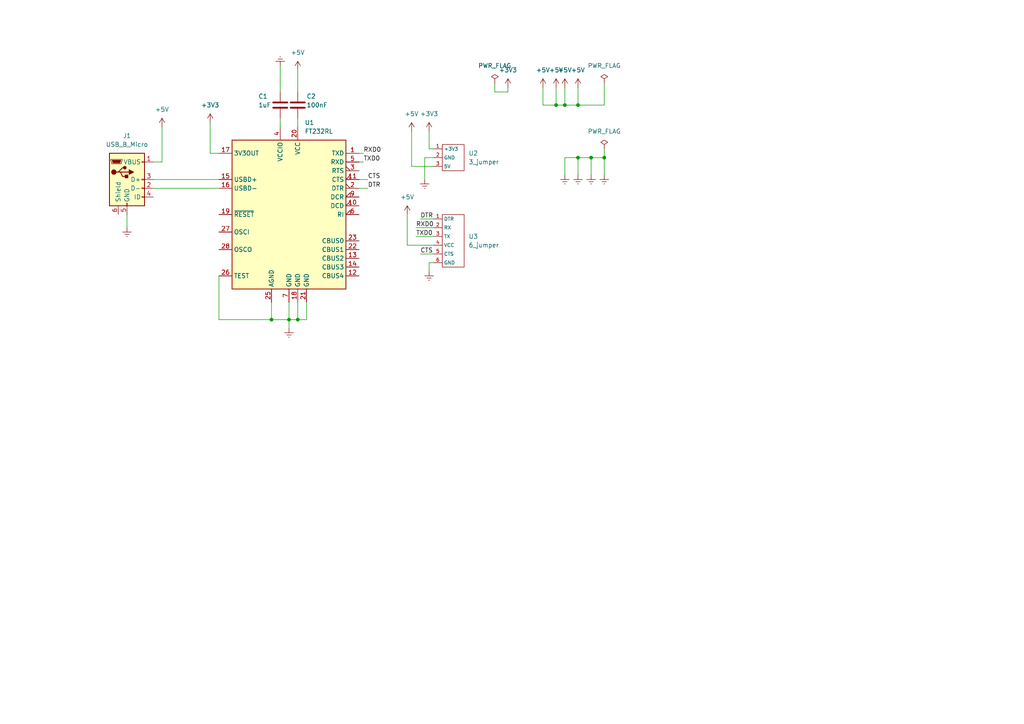
<source format=kicad_sch>
(kicad_sch (version 20211123) (generator eeschema)

  (uuid 7a94d0e7-22b1-40d1-adb8-9f255b039955)

  (paper "A4")

  (title_block
    (title "zhrzkn")
    (date "2022-05-11")
    (rev "v1.1")
    (company "uranus")
  )

  (lib_symbols
    (symbol "Connector:USB_B_Micro" (pin_names (offset 1.016)) (in_bom yes) (on_board yes)
      (property "Reference" "J" (id 0) (at -5.08 11.43 0)
        (effects (font (size 1.27 1.27)) (justify left))
      )
      (property "Value" "USB_B_Micro" (id 1) (at -5.08 8.89 0)
        (effects (font (size 1.27 1.27)) (justify left))
      )
      (property "Footprint" "" (id 2) (at 3.81 -1.27 0)
        (effects (font (size 1.27 1.27)) hide)
      )
      (property "Datasheet" "~" (id 3) (at 3.81 -1.27 0)
        (effects (font (size 1.27 1.27)) hide)
      )
      (property "ki_keywords" "connector USB micro" (id 4) (at 0 0 0)
        (effects (font (size 1.27 1.27)) hide)
      )
      (property "ki_description" "USB Micro Type B connector" (id 5) (at 0 0 0)
        (effects (font (size 1.27 1.27)) hide)
      )
      (property "ki_fp_filters" "USB*" (id 6) (at 0 0 0)
        (effects (font (size 1.27 1.27)) hide)
      )
      (symbol "USB_B_Micro_0_1"
        (rectangle (start -5.08 -7.62) (end 5.08 7.62)
          (stroke (width 0.254) (type default) (color 0 0 0 0))
          (fill (type background))
        )
        (circle (center -3.81 2.159) (radius 0.635)
          (stroke (width 0.254) (type default) (color 0 0 0 0))
          (fill (type outline))
        )
        (circle (center -0.635 3.429) (radius 0.381)
          (stroke (width 0.254) (type default) (color 0 0 0 0))
          (fill (type outline))
        )
        (rectangle (start -0.127 -7.62) (end 0.127 -6.858)
          (stroke (width 0) (type default) (color 0 0 0 0))
          (fill (type none))
        )
        (polyline
          (pts
            (xy -1.905 2.159)
            (xy 0.635 2.159)
          )
          (stroke (width 0.254) (type default) (color 0 0 0 0))
          (fill (type none))
        )
        (polyline
          (pts
            (xy -3.175 2.159)
            (xy -2.54 2.159)
            (xy -1.27 3.429)
            (xy -0.635 3.429)
          )
          (stroke (width 0.254) (type default) (color 0 0 0 0))
          (fill (type none))
        )
        (polyline
          (pts
            (xy -2.54 2.159)
            (xy -1.905 2.159)
            (xy -1.27 0.889)
            (xy 0 0.889)
          )
          (stroke (width 0.254) (type default) (color 0 0 0 0))
          (fill (type none))
        )
        (polyline
          (pts
            (xy 0.635 2.794)
            (xy 0.635 1.524)
            (xy 1.905 2.159)
            (xy 0.635 2.794)
          )
          (stroke (width 0.254) (type default) (color 0 0 0 0))
          (fill (type outline))
        )
        (polyline
          (pts
            (xy -4.318 5.588)
            (xy -1.778 5.588)
            (xy -2.032 4.826)
            (xy -4.064 4.826)
            (xy -4.318 5.588)
          )
          (stroke (width 0) (type default) (color 0 0 0 0))
          (fill (type outline))
        )
        (polyline
          (pts
            (xy -4.699 5.842)
            (xy -4.699 5.588)
            (xy -4.445 4.826)
            (xy -4.445 4.572)
            (xy -1.651 4.572)
            (xy -1.651 4.826)
            (xy -1.397 5.588)
            (xy -1.397 5.842)
            (xy -4.699 5.842)
          )
          (stroke (width 0) (type default) (color 0 0 0 0))
          (fill (type none))
        )
        (rectangle (start 0.254 1.27) (end -0.508 0.508)
          (stroke (width 0.254) (type default) (color 0 0 0 0))
          (fill (type outline))
        )
        (rectangle (start 5.08 -5.207) (end 4.318 -4.953)
          (stroke (width 0) (type default) (color 0 0 0 0))
          (fill (type none))
        )
        (rectangle (start 5.08 -2.667) (end 4.318 -2.413)
          (stroke (width 0) (type default) (color 0 0 0 0))
          (fill (type none))
        )
        (rectangle (start 5.08 -0.127) (end 4.318 0.127)
          (stroke (width 0) (type default) (color 0 0 0 0))
          (fill (type none))
        )
        (rectangle (start 5.08 4.953) (end 4.318 5.207)
          (stroke (width 0) (type default) (color 0 0 0 0))
          (fill (type none))
        )
      )
      (symbol "USB_B_Micro_1_1"
        (pin power_out line (at 7.62 5.08 180) (length 2.54)
          (name "VBUS" (effects (font (size 1.27 1.27))))
          (number "1" (effects (font (size 1.27 1.27))))
        )
        (pin bidirectional line (at 7.62 -2.54 180) (length 2.54)
          (name "D-" (effects (font (size 1.27 1.27))))
          (number "2" (effects (font (size 1.27 1.27))))
        )
        (pin bidirectional line (at 7.62 0 180) (length 2.54)
          (name "D+" (effects (font (size 1.27 1.27))))
          (number "3" (effects (font (size 1.27 1.27))))
        )
        (pin passive line (at 7.62 -5.08 180) (length 2.54)
          (name "ID" (effects (font (size 1.27 1.27))))
          (number "4" (effects (font (size 1.27 1.27))))
        )
        (pin power_out line (at 0 -10.16 90) (length 2.54)
          (name "GND" (effects (font (size 1.27 1.27))))
          (number "5" (effects (font (size 1.27 1.27))))
        )
        (pin passive line (at -2.54 -10.16 90) (length 2.54)
          (name "Shield" (effects (font (size 1.27 1.27))))
          (number "6" (effects (font (size 1.27 1.27))))
        )
      )
    )
    (symbol "Device:C" (pin_numbers hide) (pin_names (offset 0.254)) (in_bom yes) (on_board yes)
      (property "Reference" "C" (id 0) (at 0.635 2.54 0)
        (effects (font (size 1.27 1.27)) (justify left))
      )
      (property "Value" "C" (id 1) (at 0.635 -2.54 0)
        (effects (font (size 1.27 1.27)) (justify left))
      )
      (property "Footprint" "" (id 2) (at 0.9652 -3.81 0)
        (effects (font (size 1.27 1.27)) hide)
      )
      (property "Datasheet" "~" (id 3) (at 0 0 0)
        (effects (font (size 1.27 1.27)) hide)
      )
      (property "ki_keywords" "cap capacitor" (id 4) (at 0 0 0)
        (effects (font (size 1.27 1.27)) hide)
      )
      (property "ki_description" "Unpolarized capacitor" (id 5) (at 0 0 0)
        (effects (font (size 1.27 1.27)) hide)
      )
      (property "ki_fp_filters" "C_*" (id 6) (at 0 0 0)
        (effects (font (size 1.27 1.27)) hide)
      )
      (symbol "C_0_1"
        (polyline
          (pts
            (xy -2.032 -0.762)
            (xy 2.032 -0.762)
          )
          (stroke (width 0.508) (type default) (color 0 0 0 0))
          (fill (type none))
        )
        (polyline
          (pts
            (xy -2.032 0.762)
            (xy 2.032 0.762)
          )
          (stroke (width 0.508) (type default) (color 0 0 0 0))
          (fill (type none))
        )
      )
      (symbol "C_1_1"
        (pin passive line (at 0 3.81 270) (length 2.794)
          (name "~" (effects (font (size 1.27 1.27))))
          (number "1" (effects (font (size 1.27 1.27))))
        )
        (pin passive line (at 0 -3.81 90) (length 2.794)
          (name "~" (effects (font (size 1.27 1.27))))
          (number "2" (effects (font (size 1.27 1.27))))
        )
      )
    )
    (symbol "Interface_USB:FT232RL" (in_bom yes) (on_board yes)
      (property "Reference" "U" (id 0) (at -16.51 22.86 0)
        (effects (font (size 1.27 1.27)) (justify left))
      )
      (property "Value" "FT232RL" (id 1) (at 10.16 22.86 0)
        (effects (font (size 1.27 1.27)) (justify left))
      )
      (property "Footprint" "Package_SO:SSOP-28_5.3x10.2mm_P0.65mm" (id 2) (at 27.94 -22.86 0)
        (effects (font (size 1.27 1.27)) hide)
      )
      (property "Datasheet" "https://www.ftdichip.com/Support/Documents/DataSheets/ICs/DS_FT232R.pdf" (id 3) (at 0 0 0)
        (effects (font (size 1.27 1.27)) hide)
      )
      (property "ki_keywords" "FTDI USB Serial" (id 4) (at 0 0 0)
        (effects (font (size 1.27 1.27)) hide)
      )
      (property "ki_description" "USB to Serial Interface, SSOP-28" (id 5) (at 0 0 0)
        (effects (font (size 1.27 1.27)) hide)
      )
      (property "ki_fp_filters" "SSOP*5.3x10.2mm*P0.65mm*" (id 6) (at 0 0 0)
        (effects (font (size 1.27 1.27)) hide)
      )
      (symbol "FT232RL_0_1"
        (rectangle (start -16.51 21.59) (end 16.51 -21.59)
          (stroke (width 0.254) (type default) (color 0 0 0 0))
          (fill (type background))
        )
      )
      (symbol "FT232RL_1_1"
        (pin output line (at 20.32 17.78 180) (length 3.81)
          (name "TXD" (effects (font (size 1.27 1.27))))
          (number "1" (effects (font (size 1.27 1.27))))
        )
        (pin input input_low (at 20.32 2.54 180) (length 3.81)
          (name "DCD" (effects (font (size 1.27 1.27))))
          (number "10" (effects (font (size 1.27 1.27))))
        )
        (pin input input_low (at 20.32 10.16 180) (length 3.81)
          (name "CTS" (effects (font (size 1.27 1.27))))
          (number "11" (effects (font (size 1.27 1.27))))
        )
        (pin bidirectional line (at 20.32 -17.78 180) (length 3.81)
          (name "CBUS4" (effects (font (size 1.27 1.27))))
          (number "12" (effects (font (size 1.27 1.27))))
        )
        (pin bidirectional line (at 20.32 -12.7 180) (length 3.81)
          (name "CBUS2" (effects (font (size 1.27 1.27))))
          (number "13" (effects (font (size 1.27 1.27))))
        )
        (pin bidirectional line (at 20.32 -15.24 180) (length 3.81)
          (name "CBUS3" (effects (font (size 1.27 1.27))))
          (number "14" (effects (font (size 1.27 1.27))))
        )
        (pin bidirectional line (at -20.32 10.16 0) (length 3.81)
          (name "USBD+" (effects (font (size 1.27 1.27))))
          (number "15" (effects (font (size 1.27 1.27))))
        )
        (pin bidirectional line (at -20.32 7.62 0) (length 3.81)
          (name "USBD-" (effects (font (size 1.27 1.27))))
          (number "16" (effects (font (size 1.27 1.27))))
        )
        (pin power_out line (at -20.32 17.78 0) (length 3.81)
          (name "3V3OUT" (effects (font (size 1.27 1.27))))
          (number "17" (effects (font (size 1.27 1.27))))
        )
        (pin power_in line (at 2.54 -25.4 90) (length 3.81)
          (name "GND" (effects (font (size 1.27 1.27))))
          (number "18" (effects (font (size 1.27 1.27))))
        )
        (pin input line (at -20.32 0 0) (length 3.81)
          (name "~{RESET}" (effects (font (size 1.27 1.27))))
          (number "19" (effects (font (size 1.27 1.27))))
        )
        (pin output output_low (at 20.32 7.62 180) (length 3.81)
          (name "DTR" (effects (font (size 1.27 1.27))))
          (number "2" (effects (font (size 1.27 1.27))))
        )
        (pin power_in line (at 2.54 25.4 270) (length 3.81)
          (name "VCC" (effects (font (size 1.27 1.27))))
          (number "20" (effects (font (size 1.27 1.27))))
        )
        (pin power_in line (at 5.08 -25.4 90) (length 3.81)
          (name "GND" (effects (font (size 1.27 1.27))))
          (number "21" (effects (font (size 1.27 1.27))))
        )
        (pin bidirectional line (at 20.32 -10.16 180) (length 3.81)
          (name "CBUS1" (effects (font (size 1.27 1.27))))
          (number "22" (effects (font (size 1.27 1.27))))
        )
        (pin bidirectional line (at 20.32 -7.62 180) (length 3.81)
          (name "CBUS0" (effects (font (size 1.27 1.27))))
          (number "23" (effects (font (size 1.27 1.27))))
        )
        (pin power_in line (at -5.08 -25.4 90) (length 3.81)
          (name "AGND" (effects (font (size 1.27 1.27))))
          (number "25" (effects (font (size 1.27 1.27))))
        )
        (pin input line (at -20.32 -17.78 0) (length 3.81)
          (name "TEST" (effects (font (size 1.27 1.27))))
          (number "26" (effects (font (size 1.27 1.27))))
        )
        (pin input line (at -20.32 -5.08 0) (length 3.81)
          (name "OSCI" (effects (font (size 1.27 1.27))))
          (number "27" (effects (font (size 1.27 1.27))))
        )
        (pin output line (at -20.32 -10.16 0) (length 3.81)
          (name "OSCO" (effects (font (size 1.27 1.27))))
          (number "28" (effects (font (size 1.27 1.27))))
        )
        (pin output output_low (at 20.32 12.7 180) (length 3.81)
          (name "RTS" (effects (font (size 1.27 1.27))))
          (number "3" (effects (font (size 1.27 1.27))))
        )
        (pin power_in line (at -2.54 25.4 270) (length 3.81)
          (name "VCCIO" (effects (font (size 1.27 1.27))))
          (number "4" (effects (font (size 1.27 1.27))))
        )
        (pin input line (at 20.32 15.24 180) (length 3.81)
          (name "RXD" (effects (font (size 1.27 1.27))))
          (number "5" (effects (font (size 1.27 1.27))))
        )
        (pin input input_low (at 20.32 0 180) (length 3.81)
          (name "RI" (effects (font (size 1.27 1.27))))
          (number "6" (effects (font (size 1.27 1.27))))
        )
        (pin power_in line (at 0 -25.4 90) (length 3.81)
          (name "GND" (effects (font (size 1.27 1.27))))
          (number "7" (effects (font (size 1.27 1.27))))
        )
        (pin input input_low (at 20.32 5.08 180) (length 3.81)
          (name "DCR" (effects (font (size 1.27 1.27))))
          (number "9" (effects (font (size 1.27 1.27))))
        )
      )
    )
    (symbol "extra_library:3_jumper" (in_bom yes) (on_board yes)
      (property "Reference" "U" (id 0) (at -1.27 1.27 0)
        (effects (font (size 1.27 1.27)))
      )
      (property "Value" "3_jumper" (id 1) (at -3.81 3.81 0)
        (effects (font (size 1.27 1.27)))
      )
      (property "Footprint" "" (id 2) (at 0 0 0)
        (effects (font (size 1.27 1.27)) hide)
      )
      (property "Datasheet" "" (id 3) (at 0 0 0)
        (effects (font (size 1.27 1.27)) hide)
      )
      (symbol "3_jumper_0_1"
        (rectangle (start 0 0) (end 6.35 -7.62)
          (stroke (width 0) (type default) (color 0 0 0 0))
          (fill (type none))
        )
        (rectangle (start 2.54 -3.81) (end 2.54 -3.81)
          (stroke (width 0) (type default) (color 0 0 0 0))
          (fill (type none))
        )
      )
      (symbol "3_jumper_1_1"
        (pin input line (at -2.54 -1.27 0) (length 2.5)
          (name "+3V3" (effects (font (size 1 1))))
          (number "1" (effects (font (size 1 1))))
        )
        (pin input line (at -2.54 -3.81 0) (length 2.5)
          (name "GND" (effects (font (size 1 1))))
          (number "2" (effects (font (size 1 1))))
        )
        (pin input line (at -2.54 -6.35 0) (length 2.5)
          (name "5V" (effects (font (size 1 1))))
          (number "3" (effects (font (size 1 1))))
        )
      )
    )
    (symbol "extra_library:6_jumper" (in_bom yes) (on_board yes)
      (property "Reference" "U" (id 0) (at -1.27 1.27 0)
        (effects (font (size 1.27 1.27)))
      )
      (property "Value" "6_jumper" (id 1) (at -3.81 2.54 0)
        (effects (font (size 1.27 1.27)))
      )
      (property "Footprint" "" (id 2) (at 0 0 0)
        (effects (font (size 1.27 1.27)) hide)
      )
      (property "Datasheet" "" (id 3) (at 0 0 0)
        (effects (font (size 1.27 1.27)) hide)
      )
      (symbol "6_jumper_0_1"
        (rectangle (start 0 0) (end 6.35 -15.24)
          (stroke (width 0) (type default) (color 0 0 0 0))
          (fill (type none))
        )
        (rectangle (start 2.54 -3.81) (end 2.54 -3.81)
          (stroke (width 0) (type default) (color 0 0 0 0))
          (fill (type none))
        )
      )
      (symbol "6_jumper_1_1"
        (pin input line (at -2.54 -1.27 0) (length 2.5)
          (name "DTR" (effects (font (size 1 1))))
          (number "1" (effects (font (size 1 1))))
        )
        (pin input line (at -2.54 -3.81 0) (length 2.5)
          (name "RX" (effects (font (size 1 1))))
          (number "2" (effects (font (size 1 1))))
        )
        (pin input line (at -2.54 -6.35 0) (length 2.5)
          (name "TX" (effects (font (size 1 1))))
          (number "3" (effects (font (size 1 1))))
        )
        (pin input line (at -2.54 -8.89 0) (length 2.5)
          (name "VCC" (effects (font (size 1 1))))
          (number "4" (effects (font (size 1 1))))
        )
        (pin input line (at -2.54 -11.43 0) (length 2.5)
          (name "CTS" (effects (font (size 1 1))))
          (number "5" (effects (font (size 1 1))))
        )
        (pin input line (at -2.54 -13.97 0) (length 2.5)
          (name "GND" (effects (font (size 1 1))))
          (number "6" (effects (font (size 1 1))))
        )
      )
    )
    (symbol "power:+3.3V" (power) (pin_names (offset 0)) (in_bom yes) (on_board yes)
      (property "Reference" "#PWR" (id 0) (at 0 -3.81 0)
        (effects (font (size 1.27 1.27)) hide)
      )
      (property "Value" "+3.3V" (id 1) (at 0 3.556 0)
        (effects (font (size 1.27 1.27)))
      )
      (property "Footprint" "" (id 2) (at 0 0 0)
        (effects (font (size 1.27 1.27)) hide)
      )
      (property "Datasheet" "" (id 3) (at 0 0 0)
        (effects (font (size 1.27 1.27)) hide)
      )
      (property "ki_keywords" "power-flag" (id 4) (at 0 0 0)
        (effects (font (size 1.27 1.27)) hide)
      )
      (property "ki_description" "Power symbol creates a global label with name \"+3.3V\"" (id 5) (at 0 0 0)
        (effects (font (size 1.27 1.27)) hide)
      )
      (symbol "+3.3V_0_1"
        (polyline
          (pts
            (xy -0.762 1.27)
            (xy 0 2.54)
          )
          (stroke (width 0) (type default) (color 0 0 0 0))
          (fill (type none))
        )
        (polyline
          (pts
            (xy 0 0)
            (xy 0 2.54)
          )
          (stroke (width 0) (type default) (color 0 0 0 0))
          (fill (type none))
        )
        (polyline
          (pts
            (xy 0 2.54)
            (xy 0.762 1.27)
          )
          (stroke (width 0) (type default) (color 0 0 0 0))
          (fill (type none))
        )
      )
      (symbol "+3.3V_1_1"
        (pin power_in line (at 0 0 90) (length 0) hide
          (name "+3V3" (effects (font (size 1.27 1.27))))
          (number "1" (effects (font (size 1.27 1.27))))
        )
      )
    )
    (symbol "power:+5V" (power) (pin_names (offset 0)) (in_bom yes) (on_board yes)
      (property "Reference" "#PWR" (id 0) (at 0 -3.81 0)
        (effects (font (size 1.27 1.27)) hide)
      )
      (property "Value" "+5V" (id 1) (at 0 3.556 0)
        (effects (font (size 1.27 1.27)))
      )
      (property "Footprint" "" (id 2) (at 0 0 0)
        (effects (font (size 1.27 1.27)) hide)
      )
      (property "Datasheet" "" (id 3) (at 0 0 0)
        (effects (font (size 1.27 1.27)) hide)
      )
      (property "ki_keywords" "power-flag" (id 4) (at 0 0 0)
        (effects (font (size 1.27 1.27)) hide)
      )
      (property "ki_description" "Power symbol creates a global label with name \"+5V\"" (id 5) (at 0 0 0)
        (effects (font (size 1.27 1.27)) hide)
      )
      (symbol "+5V_0_1"
        (polyline
          (pts
            (xy -0.762 1.27)
            (xy 0 2.54)
          )
          (stroke (width 0) (type default) (color 0 0 0 0))
          (fill (type none))
        )
        (polyline
          (pts
            (xy 0 0)
            (xy 0 2.54)
          )
          (stroke (width 0) (type default) (color 0 0 0 0))
          (fill (type none))
        )
        (polyline
          (pts
            (xy 0 2.54)
            (xy 0.762 1.27)
          )
          (stroke (width 0) (type default) (color 0 0 0 0))
          (fill (type none))
        )
      )
      (symbol "+5V_1_1"
        (pin power_in line (at 0 0 90) (length 0) hide
          (name "+5V" (effects (font (size 1.27 1.27))))
          (number "1" (effects (font (size 1.27 1.27))))
        )
      )
    )
    (symbol "power:Earth" (power) (pin_names (offset 0)) (in_bom yes) (on_board yes)
      (property "Reference" "#PWR" (id 0) (at 0 -6.35 0)
        (effects (font (size 1.27 1.27)) hide)
      )
      (property "Value" "Earth" (id 1) (at 0 -3.81 0)
        (effects (font (size 1.27 1.27)) hide)
      )
      (property "Footprint" "" (id 2) (at 0 0 0)
        (effects (font (size 1.27 1.27)) hide)
      )
      (property "Datasheet" "~" (id 3) (at 0 0 0)
        (effects (font (size 1.27 1.27)) hide)
      )
      (property "ki_keywords" "power-flag ground gnd" (id 4) (at 0 0 0)
        (effects (font (size 1.27 1.27)) hide)
      )
      (property "ki_description" "Power symbol creates a global label with name \"Earth\"" (id 5) (at 0 0 0)
        (effects (font (size 1.27 1.27)) hide)
      )
      (symbol "Earth_0_1"
        (polyline
          (pts
            (xy -0.635 -1.905)
            (xy 0.635 -1.905)
          )
          (stroke (width 0) (type default) (color 0 0 0 0))
          (fill (type none))
        )
        (polyline
          (pts
            (xy -0.127 -2.54)
            (xy 0.127 -2.54)
          )
          (stroke (width 0) (type default) (color 0 0 0 0))
          (fill (type none))
        )
        (polyline
          (pts
            (xy 0 -1.27)
            (xy 0 0)
          )
          (stroke (width 0) (type default) (color 0 0 0 0))
          (fill (type none))
        )
        (polyline
          (pts
            (xy 1.27 -1.27)
            (xy -1.27 -1.27)
          )
          (stroke (width 0) (type default) (color 0 0 0 0))
          (fill (type none))
        )
      )
      (symbol "Earth_1_1"
        (pin power_in line (at 0 0 270) (length 0) hide
          (name "Earth" (effects (font (size 1.27 1.27))))
          (number "1" (effects (font (size 1.27 1.27))))
        )
      )
    )
    (symbol "power:PWR_FLAG" (power) (pin_numbers hide) (pin_names (offset 0) hide) (in_bom yes) (on_board yes)
      (property "Reference" "#FLG" (id 0) (at 0 1.905 0)
        (effects (font (size 1.27 1.27)) hide)
      )
      (property "Value" "PWR_FLAG" (id 1) (at 0 3.81 0)
        (effects (font (size 1.27 1.27)))
      )
      (property "Footprint" "" (id 2) (at 0 0 0)
        (effects (font (size 1.27 1.27)) hide)
      )
      (property "Datasheet" "~" (id 3) (at 0 0 0)
        (effects (font (size 1.27 1.27)) hide)
      )
      (property "ki_keywords" "power-flag" (id 4) (at 0 0 0)
        (effects (font (size 1.27 1.27)) hide)
      )
      (property "ki_description" "Special symbol for telling ERC where power comes from" (id 5) (at 0 0 0)
        (effects (font (size 1.27 1.27)) hide)
      )
      (symbol "PWR_FLAG_0_0"
        (pin power_out line (at 0 0 90) (length 0)
          (name "pwr" (effects (font (size 1.27 1.27))))
          (number "1" (effects (font (size 1.27 1.27))))
        )
      )
      (symbol "PWR_FLAG_0_1"
        (polyline
          (pts
            (xy 0 0)
            (xy 0 1.27)
            (xy -1.016 1.905)
            (xy 0 2.54)
            (xy 1.016 1.905)
            (xy 0 1.27)
          )
          (stroke (width 0) (type default) (color 0 0 0 0))
          (fill (type none))
        )
      )
    )
  )


  (junction (at 167.64 45.72) (diameter 0) (color 0 0 0 0)
    (uuid 1a4aa83a-528d-4c7b-9196-f123b11971a2)
  )
  (junction (at 161.29 30.48) (diameter 0) (color 0 0 0 0)
    (uuid 28d655a3-ccce-4743-8cec-f6716cef5120)
  )
  (junction (at 163.83 30.48) (diameter 0) (color 0 0 0 0)
    (uuid 2f531e23-bb62-4699-aef8-ff995e127764)
  )
  (junction (at 175.26 45.72) (diameter 0) (color 0 0 0 0)
    (uuid 584660a8-c9ba-4cb4-9b11-25fae90e5190)
  )
  (junction (at 171.45 45.72) (diameter 0) (color 0 0 0 0)
    (uuid 87592163-39af-4d1e-ac3d-70c82e483063)
  )
  (junction (at 167.64 30.48) (diameter 0) (color 0 0 0 0)
    (uuid 9364861c-ae6a-4f49-a6ca-d7921f8b2cc3)
  )
  (junction (at 78.74 92.71) (diameter 0) (color 0 0 0 0)
    (uuid ddfc97df-0365-4273-8380-aca88b0e7de8)
  )
  (junction (at 83.82 92.71) (diameter 0) (color 0 0 0 0)
    (uuid e05042f2-c32a-49fc-9b88-751a4a355a8a)
  )
  (junction (at 86.36 92.71) (diameter 0) (color 0 0 0 0)
    (uuid f13b9329-94e6-4876-8b25-672c9bb6e697)
  )

  (wire (pts (xy 171.45 45.72) (xy 171.45 50.8))
    (stroke (width 0) (type default) (color 0 0 0 0))
    (uuid 06c09e16-9337-4edc-9b27-b950fec12d63)
  )
  (wire (pts (xy 44.45 54.61) (xy 63.5 54.61))
    (stroke (width 0) (type default) (color 0 0 0 0))
    (uuid 105f1593-9fb0-4de3-b33e-3d1af66221c9)
  )
  (wire (pts (xy 171.45 45.72) (xy 175.26 45.72))
    (stroke (width 0) (type default) (color 0 0 0 0))
    (uuid 14718a1a-0019-4dbf-9576-180f012d5c3a)
  )
  (wire (pts (xy 118.11 62.23) (xy 118.11 71.12))
    (stroke (width 0) (type default) (color 0 0 0 0))
    (uuid 1487c692-c1d3-4ef2-a081-a1f20951ab26)
  )
  (wire (pts (xy 44.45 46.99) (xy 46.99 46.99))
    (stroke (width 0) (type default) (color 0 0 0 0))
    (uuid 1576d353-8baa-4bd6-a048-12895fc567bf)
  )
  (wire (pts (xy 44.45 52.07) (xy 63.5 52.07))
    (stroke (width 0) (type default) (color 0 0 0 0))
    (uuid 16f326ec-659c-43c2-aec3-4f23cc0f8d7b)
  )
  (wire (pts (xy 78.74 92.71) (xy 83.82 92.71))
    (stroke (width 0) (type default) (color 0 0 0 0))
    (uuid 17a81c07-c14a-4799-b581-c4e766444dd0)
  )
  (wire (pts (xy 175.26 24.13) (xy 175.26 30.48))
    (stroke (width 0) (type default) (color 0 0 0 0))
    (uuid 17dae542-a445-4bbc-a10f-979a96438afb)
  )
  (wire (pts (xy 125.73 43.18) (xy 124.46 43.18))
    (stroke (width 0) (type default) (color 0 0 0 0))
    (uuid 1f9b013e-3491-4a49-a8c2-b3844a8097aa)
  )
  (wire (pts (xy 105.41 44.45) (xy 104.14 44.45))
    (stroke (width 0) (type default) (color 0 0 0 0))
    (uuid 21b4fc4d-6cab-48fd-aebf-ce07959466e2)
  )
  (wire (pts (xy 118.11 71.12) (xy 125.73 71.12))
    (stroke (width 0) (type default) (color 0 0 0 0))
    (uuid 220a8757-b382-4a98-9938-9f2d315bc6a2)
  )
  (wire (pts (xy 36.83 62.23) (xy 36.83 66.04))
    (stroke (width 0) (type default) (color 0 0 0 0))
    (uuid 24af6539-413d-44ad-a3d1-bfb81c1a5f0a)
  )
  (wire (pts (xy 120.65 68.58) (xy 125.73 68.58))
    (stroke (width 0) (type default) (color 0 0 0 0))
    (uuid 2646eb92-91c8-4949-a228-e818e1ebe7c5)
  )
  (wire (pts (xy 123.19 45.72) (xy 123.19 52.07))
    (stroke (width 0) (type default) (color 0 0 0 0))
    (uuid 2b4c8110-b4a4-4b56-9a91-7411f69a6c03)
  )
  (wire (pts (xy 78.74 87.63) (xy 78.74 92.71))
    (stroke (width 0) (type default) (color 0 0 0 0))
    (uuid 34b8ca38-977a-4ae1-95a1-928504e36325)
  )
  (wire (pts (xy 86.36 87.63) (xy 86.36 92.71))
    (stroke (width 0) (type default) (color 0 0 0 0))
    (uuid 39881283-7911-47c9-a42a-e2ac7b67ae09)
  )
  (wire (pts (xy 63.5 80.01) (xy 63.5 92.71))
    (stroke (width 0) (type default) (color 0 0 0 0))
    (uuid 3cf88f7b-9db3-4947-aab6-836820407c48)
  )
  (wire (pts (xy 121.92 63.5) (xy 125.73 63.5))
    (stroke (width 0) (type default) (color 0 0 0 0))
    (uuid 43bb91f5-47fd-42f5-99a5-84629a943067)
  )
  (wire (pts (xy 106.68 54.61) (xy 104.14 54.61))
    (stroke (width 0) (type default) (color 0 0 0 0))
    (uuid 49149b79-c3c1-4721-9d60-c27cb4802ffe)
  )
  (wire (pts (xy 63.5 92.71) (xy 78.74 92.71))
    (stroke (width 0) (type default) (color 0 0 0 0))
    (uuid 4bb0dbc6-3044-420f-8e22-42228de2664c)
  )
  (wire (pts (xy 106.68 52.07) (xy 104.14 52.07))
    (stroke (width 0) (type default) (color 0 0 0 0))
    (uuid 55e59bfd-ee1c-4407-9d5d-53439e7564a3)
  )
  (wire (pts (xy 161.29 30.48) (xy 163.83 30.48))
    (stroke (width 0) (type default) (color 0 0 0 0))
    (uuid 5b392c8d-4739-41f7-bc99-c6119f5d92f5)
  )
  (wire (pts (xy 86.36 20.32) (xy 86.36 26.67))
    (stroke (width 0) (type default) (color 0 0 0 0))
    (uuid 5c3f0e52-279e-489a-a480-ab192a1f4fcc)
  )
  (wire (pts (xy 125.73 45.72) (xy 123.19 45.72))
    (stroke (width 0) (type default) (color 0 0 0 0))
    (uuid 60193495-998c-4a79-8593-4dfcf724d2c2)
  )
  (wire (pts (xy 163.83 25.4) (xy 163.83 30.48))
    (stroke (width 0) (type default) (color 0 0 0 0))
    (uuid 63eec7b5-7bd4-48db-a73b-c75c502b9695)
  )
  (wire (pts (xy 125.73 76.2) (xy 124.46 76.2))
    (stroke (width 0) (type default) (color 0 0 0 0))
    (uuid 67b01cd0-cf03-48b0-8683-85d28cb70704)
  )
  (wire (pts (xy 124.46 76.2) (xy 124.46 78.74))
    (stroke (width 0) (type default) (color 0 0 0 0))
    (uuid 69452283-ad6d-4141-a645-d613555550d7)
  )
  (wire (pts (xy 60.96 44.45) (xy 63.5 44.45))
    (stroke (width 0) (type default) (color 0 0 0 0))
    (uuid 6aabdc72-ce95-465e-824c-9256688e9c3d)
  )
  (wire (pts (xy 147.32 26.67) (xy 147.32 25.4))
    (stroke (width 0) (type default) (color 0 0 0 0))
    (uuid 6c84f5f6-83e0-4dbc-86b5-9662310ce425)
  )
  (wire (pts (xy 83.82 95.25) (xy 83.82 92.71))
    (stroke (width 0) (type default) (color 0 0 0 0))
    (uuid 70688363-2b97-4592-9c46-471eb8612e7c)
  )
  (wire (pts (xy 60.96 35.56) (xy 60.96 44.45))
    (stroke (width 0) (type default) (color 0 0 0 0))
    (uuid 70888e13-cba5-4338-8d4c-77b3b41fc44d)
  )
  (wire (pts (xy 167.64 45.72) (xy 171.45 45.72))
    (stroke (width 0) (type default) (color 0 0 0 0))
    (uuid 72f772a8-36f0-4aec-b0fc-af00eb417be0)
  )
  (wire (pts (xy 119.38 38.1) (xy 119.38 48.26))
    (stroke (width 0) (type default) (color 0 0 0 0))
    (uuid 7677b0be-aa4e-46a9-9686-65a0a918b725)
  )
  (wire (pts (xy 86.36 92.71) (xy 83.82 92.71))
    (stroke (width 0) (type default) (color 0 0 0 0))
    (uuid 7b06ecd0-0fd0-4eaf-b095-6cbf07b601f3)
  )
  (wire (pts (xy 81.28 34.29) (xy 81.28 36.83))
    (stroke (width 0) (type default) (color 0 0 0 0))
    (uuid 7f6dc533-5d55-4ccb-976c-8d4fb1e8d7cc)
  )
  (wire (pts (xy 175.26 43.18) (xy 175.26 45.72))
    (stroke (width 0) (type default) (color 0 0 0 0))
    (uuid 838d3b0a-c6af-49fb-bd83-34d3eaf4ed92)
  )
  (wire (pts (xy 86.36 36.83) (xy 86.36 34.29))
    (stroke (width 0) (type default) (color 0 0 0 0))
    (uuid 879c3204-6bdc-437c-9442-5af18eec056f)
  )
  (wire (pts (xy 46.99 36.83) (xy 46.99 46.99))
    (stroke (width 0) (type default) (color 0 0 0 0))
    (uuid 8880f37d-26a1-46fd-b136-ece85d81c816)
  )
  (wire (pts (xy 163.83 45.72) (xy 167.64 45.72))
    (stroke (width 0) (type default) (color 0 0 0 0))
    (uuid 8b6efa39-c257-4c03-84a7-b372488eaecc)
  )
  (wire (pts (xy 157.48 25.4) (xy 157.48 30.48))
    (stroke (width 0) (type default) (color 0 0 0 0))
    (uuid 919626b1-1a85-42c5-95df-e95d0d1c7d11)
  )
  (wire (pts (xy 175.26 45.72) (xy 175.26 50.8))
    (stroke (width 0) (type default) (color 0 0 0 0))
    (uuid 955ba5b9-3f88-44a2-9840-2e5becc4365b)
  )
  (wire (pts (xy 167.64 45.72) (xy 167.64 50.8))
    (stroke (width 0) (type default) (color 0 0 0 0))
    (uuid 9ba89d78-9052-47f2-97d1-5cc8720a1549)
  )
  (wire (pts (xy 81.28 19.05) (xy 81.28 26.67))
    (stroke (width 0) (type default) (color 0 0 0 0))
    (uuid a69d77f4-c0b3-444a-8d01-f03a60ee67c6)
  )
  (wire (pts (xy 161.29 25.4) (xy 161.29 30.48))
    (stroke (width 0) (type default) (color 0 0 0 0))
    (uuid a8790512-bcf2-4806-91a2-5ed2994ca746)
  )
  (wire (pts (xy 163.83 50.8) (xy 163.83 45.72))
    (stroke (width 0) (type default) (color 0 0 0 0))
    (uuid a903e5a7-3970-436f-8603-0616d53a0b87)
  )
  (wire (pts (xy 121.92 73.66) (xy 125.73 73.66))
    (stroke (width 0) (type default) (color 0 0 0 0))
    (uuid b52d9398-c373-476f-a3dd-b4ff9ff68f05)
  )
  (wire (pts (xy 88.9 92.71) (xy 86.36 92.71))
    (stroke (width 0) (type default) (color 0 0 0 0))
    (uuid ba9c3aa8-9152-410d-9920-e0bfbc42b0e1)
  )
  (wire (pts (xy 119.38 48.26) (xy 125.73 48.26))
    (stroke (width 0) (type default) (color 0 0 0 0))
    (uuid bc49bcf5-c23c-46ab-916d-2b277e701790)
  )
  (wire (pts (xy 88.9 87.63) (xy 88.9 92.71))
    (stroke (width 0) (type default) (color 0 0 0 0))
    (uuid c00ebba1-1358-4243-afee-8008fdca8007)
  )
  (wire (pts (xy 163.83 30.48) (xy 167.64 30.48))
    (stroke (width 0) (type default) (color 0 0 0 0))
    (uuid c997d87e-a320-4555-9a5f-e1c3e2525187)
  )
  (wire (pts (xy 167.64 30.48) (xy 175.26 30.48))
    (stroke (width 0) (type default) (color 0 0 0 0))
    (uuid d33ea49e-1bb8-4c45-bbf1-7cb218be1754)
  )
  (wire (pts (xy 167.64 25.4) (xy 167.64 30.48))
    (stroke (width 0) (type default) (color 0 0 0 0))
    (uuid dd10a28a-b632-4028-a599-3ffc088190e0)
  )
  (wire (pts (xy 124.46 38.1) (xy 124.46 43.18))
    (stroke (width 0) (type default) (color 0 0 0 0))
    (uuid deff6f20-91e3-4113-a295-4cfff7aee9ea)
  )
  (wire (pts (xy 83.82 87.63) (xy 83.82 92.71))
    (stroke (width 0) (type default) (color 0 0 0 0))
    (uuid e37b2450-398e-4059-845e-9f86a255f605)
  )
  (wire (pts (xy 143.51 24.13) (xy 143.51 26.67))
    (stroke (width 0) (type default) (color 0 0 0 0))
    (uuid e931d7cd-0bf4-4e9d-abe0-6201975e95d4)
  )
  (wire (pts (xy 120.65 66.04) (xy 125.73 66.04))
    (stroke (width 0) (type default) (color 0 0 0 0))
    (uuid eb099901-08c4-42f3-9af0-de38e361466b)
  )
  (wire (pts (xy 105.41 46.99) (xy 104.14 46.99))
    (stroke (width 0) (type default) (color 0 0 0 0))
    (uuid eda93e43-e9fd-454d-ba6e-02d6c0fe0058)
  )
  (wire (pts (xy 157.48 30.48) (xy 161.29 30.48))
    (stroke (width 0) (type default) (color 0 0 0 0))
    (uuid ee42250b-0481-4295-a53b-dd94fcf64141)
  )
  (wire (pts (xy 143.51 26.67) (xy 147.32 26.67))
    (stroke (width 0) (type default) (color 0 0 0 0))
    (uuid f7832780-7540-496d-b45c-c377864d73c5)
  )

  (label "TXD0" (at 120.65 68.58 0)
    (effects (font (size 1.27 1.27)) (justify left bottom))
    (uuid 3181e5fb-e784-4463-b96d-7c82d8cf84f8)
  )
  (label "TXD0" (at 105.41 46.99 0)
    (effects (font (size 1.27 1.27)) (justify left bottom))
    (uuid 3192d3a4-81ae-4873-9e57-affe624a9785)
  )
  (label "RXD0" (at 120.65 66.04 0)
    (effects (font (size 1.27 1.27)) (justify left bottom))
    (uuid 3b56eb15-d368-46ea-8b85-7080a45139be)
  )
  (label "DTR" (at 106.68 54.61 0)
    (effects (font (size 1.27 1.27)) (justify left bottom))
    (uuid 45c4a181-defb-4d2a-aa10-38fc1ad08e9f)
  )
  (label "DTR" (at 121.92 63.5 0)
    (effects (font (size 1.27 1.27)) (justify left bottom))
    (uuid 71b3caba-e93b-4f3c-bf4e-ee27473d0574)
  )
  (label "RXD0" (at 105.41 44.45 0)
    (effects (font (size 1.27 1.27)) (justify left bottom))
    (uuid 7586a6ac-6a57-44c7-a9d6-63d405948403)
  )
  (label "CTS" (at 121.92 73.66 0)
    (effects (font (size 1.27 1.27)) (justify left bottom))
    (uuid a3191175-3c29-4cdd-a371-98359ca493a8)
  )
  (label "CTS" (at 106.68 52.07 0)
    (effects (font (size 1.27 1.27)) (justify left bottom))
    (uuid a98788f0-7cd9-4d7a-b6db-490badc68d21)
  )

  (symbol (lib_id "power:Earth") (at 83.82 95.25 0) (unit 1)
    (in_bom yes) (on_board yes) (fields_autoplaced)
    (uuid 051541b8-0fca-4aa2-84c7-52da48d15a2f)
    (property "Reference" "#PWR05" (id 0) (at 83.82 101.6 0)
      (effects (font (size 1.27 1.27)) hide)
    )
    (property "Value" "Earth" (id 1) (at 83.82 99.06 0)
      (effects (font (size 1.27 1.27)) hide)
    )
    (property "Footprint" "" (id 2) (at 83.82 95.25 0)
      (effects (font (size 1.27 1.27)) hide)
    )
    (property "Datasheet" "~" (id 3) (at 83.82 95.25 0)
      (effects (font (size 1.27 1.27)) hide)
    )
    (pin "1" (uuid c5a77921-e06c-43db-b797-97229900e119))
  )

  (symbol (lib_id "power:+5V") (at 46.99 36.83 0) (unit 1)
    (in_bom yes) (on_board yes) (fields_autoplaced)
    (uuid 06b03211-0b9a-47da-a75d-7687978bd1aa)
    (property "Reference" "#PWR02" (id 0) (at 46.99 40.64 0)
      (effects (font (size 1.27 1.27)) hide)
    )
    (property "Value" "+5V" (id 1) (at 46.99 31.75 0))
    (property "Footprint" "" (id 2) (at 46.99 36.83 0)
      (effects (font (size 1.27 1.27)) hide)
    )
    (property "Datasheet" "" (id 3) (at 46.99 36.83 0)
      (effects (font (size 1.27 1.27)) hide)
    )
    (pin "1" (uuid 698600d7-a79b-4e7a-965d-d45507e2d722))
  )

  (symbol (lib_id "power:+3.3V") (at 147.32 25.4 0) (unit 1)
    (in_bom yes) (on_board yes)
    (uuid 0beeb5ed-3806-4bac-b256-04b2dc8e1321)
    (property "Reference" "#PWR0103" (id 0) (at 147.32 29.21 0)
      (effects (font (size 1.27 1.27)) hide)
    )
    (property "Value" "+3.3V" (id 1) (at 147.32 20.32 0))
    (property "Footprint" "" (id 2) (at 147.32 25.4 0)
      (effects (font (size 1.27 1.27)) hide)
    )
    (property "Datasheet" "" (id 3) (at 147.32 25.4 0)
      (effects (font (size 1.27 1.27)) hide)
    )
    (pin "1" (uuid 0c646e70-a128-48b0-a4b5-72459144e0c4))
  )

  (symbol (lib_id "power:+5V") (at 118.11 62.23 0) (unit 1)
    (in_bom yes) (on_board yes) (fields_autoplaced)
    (uuid 12e30255-30b1-4370-8426-e2fe254f9308)
    (property "Reference" "#PWR07" (id 0) (at 118.11 66.04 0)
      (effects (font (size 1.27 1.27)) hide)
    )
    (property "Value" "+5V" (id 1) (at 118.11 57.15 0))
    (property "Footprint" "" (id 2) (at 118.11 62.23 0)
      (effects (font (size 1.27 1.27)) hide)
    )
    (property "Datasheet" "" (id 3) (at 118.11 62.23 0)
      (effects (font (size 1.27 1.27)) hide)
    )
    (pin "1" (uuid 39a1b5bd-4772-4dbd-9f22-3b06998bcb1d))
  )

  (symbol (lib_id "power:+3.3V") (at 124.46 38.1 0) (unit 1)
    (in_bom yes) (on_board yes)
    (uuid 145bda85-e7f7-45fc-bff3-ee8d369f3d5d)
    (property "Reference" "#PWR010" (id 0) (at 124.46 41.91 0)
      (effects (font (size 1.27 1.27)) hide)
    )
    (property "Value" "+3.3V" (id 1) (at 124.46 33.02 0))
    (property "Footprint" "" (id 2) (at 124.46 38.1 0)
      (effects (font (size 1.27 1.27)) hide)
    )
    (property "Datasheet" "" (id 3) (at 124.46 38.1 0)
      (effects (font (size 1.27 1.27)) hide)
    )
    (pin "1" (uuid e4fc3a3c-bbd4-4c45-b2fc-74254339ff8b))
  )

  (symbol (lib_id "power:Earth") (at 123.19 52.07 0) (unit 1)
    (in_bom yes) (on_board yes) (fields_autoplaced)
    (uuid 346213a0-dfc2-4226-a822-82e12c93e924)
    (property "Reference" "#PWR09" (id 0) (at 123.19 58.42 0)
      (effects (font (size 1.27 1.27)) hide)
    )
    (property "Value" "Earth" (id 1) (at 123.19 55.88 0)
      (effects (font (size 1.27 1.27)) hide)
    )
    (property "Footprint" "" (id 2) (at 123.19 52.07 0)
      (effects (font (size 1.27 1.27)) hide)
    )
    (property "Datasheet" "~" (id 3) (at 123.19 52.07 0)
      (effects (font (size 1.27 1.27)) hide)
    )
    (pin "1" (uuid daac73de-921d-4fb8-abdc-9530798e274c))
  )

  (symbol (lib_id "power:+5V") (at 161.29 25.4 0) (unit 1)
    (in_bom yes) (on_board yes) (fields_autoplaced)
    (uuid 37b3f8e0-47f3-4832-aa7c-5bcdbdcd7af0)
    (property "Reference" "#PWR0106" (id 0) (at 161.29 29.21 0)
      (effects (font (size 1.27 1.27)) hide)
    )
    (property "Value" "+5V" (id 1) (at 161.29 20.32 0))
    (property "Footprint" "" (id 2) (at 161.29 25.4 0)
      (effects (font (size 1.27 1.27)) hide)
    )
    (property "Datasheet" "" (id 3) (at 161.29 25.4 0)
      (effects (font (size 1.27 1.27)) hide)
    )
    (pin "1" (uuid 9e47eea2-f81f-4d3d-b0b5-687c600c3dd3))
  )

  (symbol (lib_id "Connector:USB_B_Micro") (at 36.83 52.07 0) (unit 1)
    (in_bom yes) (on_board yes) (fields_autoplaced)
    (uuid 3bd2e9ae-184b-4740-a433-d2ff326a564a)
    (property "Reference" "J1" (id 0) (at 36.83 39.37 0))
    (property "Value" "USB_B_Micro" (id 1) (at 36.83 41.91 0))
    (property "Footprint" "Connector_USB:USB_Micro-B_Molex-105133-0001" (id 2) (at 40.64 53.34 0)
      (effects (font (size 1.27 1.27)) hide)
    )
    (property "Datasheet" "~" (id 3) (at 40.64 53.34 0)
      (effects (font (size 1.27 1.27)) hide)
    )
    (pin "1" (uuid 9c93fa47-3d42-492b-90b7-a9d5e6e5b711))
    (pin "2" (uuid 317fc359-fad5-49dd-a0ac-6d448e7b2ca2))
    (pin "3" (uuid 332fedb7-382d-4a72-8c32-e769710d496d))
    (pin "4" (uuid 80e4b754-4ecc-4d49-b7fd-66d8924410f6))
    (pin "5" (uuid 3f0f482e-98da-4d09-afe8-90dca32e28a7))
    (pin "6" (uuid aa02b199-0354-4d88-96b0-d803e7e41659))
  )

  (symbol (lib_id "power:Earth") (at 124.46 78.74 0) (unit 1)
    (in_bom yes) (on_board yes) (fields_autoplaced)
    (uuid 3dbc4a9b-bd77-4928-8a47-98a082499481)
    (property "Reference" "#PWR011" (id 0) (at 124.46 85.09 0)
      (effects (font (size 1.27 1.27)) hide)
    )
    (property "Value" "Earth" (id 1) (at 124.46 82.55 0)
      (effects (font (size 1.27 1.27)) hide)
    )
    (property "Footprint" "" (id 2) (at 124.46 78.74 0)
      (effects (font (size 1.27 1.27)) hide)
    )
    (property "Datasheet" "~" (id 3) (at 124.46 78.74 0)
      (effects (font (size 1.27 1.27)) hide)
    )
    (pin "1" (uuid b4a9b558-a251-438a-92c2-e18e26435ed8))
  )

  (symbol (lib_id "power:Earth") (at 167.64 50.8 0) (unit 1)
    (in_bom yes) (on_board yes) (fields_autoplaced)
    (uuid 4148d955-3984-4654-af75-2ea01a45fd3c)
    (property "Reference" "#PWR0108" (id 0) (at 167.64 57.15 0)
      (effects (font (size 1.27 1.27)) hide)
    )
    (property "Value" "Earth" (id 1) (at 167.64 54.61 0)
      (effects (font (size 1.27 1.27)) hide)
    )
    (property "Footprint" "" (id 2) (at 167.64 50.8 0)
      (effects (font (size 1.27 1.27)) hide)
    )
    (property "Datasheet" "~" (id 3) (at 167.64 50.8 0)
      (effects (font (size 1.27 1.27)) hide)
    )
    (pin "1" (uuid 5e939b11-1693-4375-a5bb-fcf73818b44f))
  )

  (symbol (lib_id "extra_library:3_jumper") (at 128.27 41.91 0) (unit 1)
    (in_bom yes) (on_board yes) (fields_autoplaced)
    (uuid 48a2cba1-45b5-4206-b8c0-a727bdf42666)
    (property "Reference" "U2" (id 0) (at 135.89 44.4499 0)
      (effects (font (size 1.27 1.27)) (justify left))
    )
    (property "Value" "3_jumper" (id 1) (at 135.89 46.9899 0)
      (effects (font (size 1.27 1.27)) (justify left))
    )
    (property "Footprint" "TerminalBlock:TerminalBlock_bornier-3_P5.08mm" (id 2) (at 128.27 41.91 0)
      (effects (font (size 1.27 1.27)) hide)
    )
    (property "Datasheet" "" (id 3) (at 128.27 41.91 0)
      (effects (font (size 1.27 1.27)) hide)
    )
    (pin "1" (uuid 36a0da7b-3a88-4e47-a10b-9010f22d395f))
    (pin "2" (uuid c46d02b9-fd90-4318-94bb-e7dd2109fc48))
    (pin "3" (uuid 355d7aad-4277-4785-befb-6d124deb3108))
  )

  (symbol (lib_id "power:Earth") (at 163.83 50.8 0) (unit 1)
    (in_bom yes) (on_board yes) (fields_autoplaced)
    (uuid 50a54fb2-9653-415f-95ce-10fc5546e204)
    (property "Reference" "#PWR0109" (id 0) (at 163.83 57.15 0)
      (effects (font (size 1.27 1.27)) hide)
    )
    (property "Value" "Earth" (id 1) (at 163.83 54.61 0)
      (effects (font (size 1.27 1.27)) hide)
    )
    (property "Footprint" "" (id 2) (at 163.83 50.8 0)
      (effects (font (size 1.27 1.27)) hide)
    )
    (property "Datasheet" "~" (id 3) (at 163.83 50.8 0)
      (effects (font (size 1.27 1.27)) hide)
    )
    (pin "1" (uuid e4bf2c87-c8bf-4ca2-a9e5-5c56801ae600))
  )

  (symbol (lib_id "power:+5V") (at 163.83 25.4 0) (unit 1)
    (in_bom yes) (on_board yes) (fields_autoplaced)
    (uuid 657052f5-07fc-4cdc-b57c-42a323350bed)
    (property "Reference" "#PWR0105" (id 0) (at 163.83 29.21 0)
      (effects (font (size 1.27 1.27)) hide)
    )
    (property "Value" "+5V" (id 1) (at 163.83 20.32 0))
    (property "Footprint" "" (id 2) (at 163.83 25.4 0)
      (effects (font (size 1.27 1.27)) hide)
    )
    (property "Datasheet" "" (id 3) (at 163.83 25.4 0)
      (effects (font (size 1.27 1.27)) hide)
    )
    (pin "1" (uuid 2b88f31e-d238-4fac-adad-34c7191b91ca))
  )

  (symbol (lib_id "power:Earth") (at 175.26 50.8 0) (unit 1)
    (in_bom yes) (on_board yes) (fields_autoplaced)
    (uuid 676f2f0c-2c67-4fc7-a8e6-b303fa9b8fc1)
    (property "Reference" "#PWR0101" (id 0) (at 175.26 57.15 0)
      (effects (font (size 1.27 1.27)) hide)
    )
    (property "Value" "Earth" (id 1) (at 175.26 54.61 0)
      (effects (font (size 1.27 1.27)) hide)
    )
    (property "Footprint" "" (id 2) (at 175.26 50.8 0)
      (effects (font (size 1.27 1.27)) hide)
    )
    (property "Datasheet" "~" (id 3) (at 175.26 50.8 0)
      (effects (font (size 1.27 1.27)) hide)
    )
    (pin "1" (uuid 96fd5314-4378-4e47-8802-92d50ddf6810))
  )

  (symbol (lib_id "extra_library:6_jumper") (at 128.27 62.23 0) (unit 1)
    (in_bom yes) (on_board yes) (fields_autoplaced)
    (uuid 69b07cf2-b734-4c56-a9c2-6268347960ed)
    (property "Reference" "U3" (id 0) (at 135.89 68.5799 0)
      (effects (font (size 1.27 1.27)) (justify left))
    )
    (property "Value" "6_jumper" (id 1) (at 135.89 71.1199 0)
      (effects (font (size 1.27 1.27)) (justify left))
    )
    (property "Footprint" "TerminalBlock:TerminalBlock_bornier-6_P5.08mm" (id 2) (at 128.27 62.23 0)
      (effects (font (size 1.27 1.27)) hide)
    )
    (property "Datasheet" "" (id 3) (at 128.27 62.23 0)
      (effects (font (size 1.27 1.27)) hide)
    )
    (pin "1" (uuid d4dae100-a7c3-4d5c-a642-95c7e30bb936))
    (pin "2" (uuid 94c456ce-a34e-4bde-88c0-30487eaa13e5))
    (pin "3" (uuid d68f9f38-f295-4657-a810-ee6b95d96b7c))
    (pin "4" (uuid 2b7888b6-817f-4425-9889-5f17c4509cf7))
    (pin "5" (uuid cc046018-8650-412b-8726-dcf8d285ad50))
    (pin "6" (uuid d6191786-42f8-4bc4-85b1-229e87f6c6e5))
  )

  (symbol (lib_id "power:Earth") (at 171.45 50.8 0) (unit 1)
    (in_bom yes) (on_board yes) (fields_autoplaced)
    (uuid 6e64770e-93ce-4443-9de9-9c00b76c21eb)
    (property "Reference" "#PWR0104" (id 0) (at 171.45 57.15 0)
      (effects (font (size 1.27 1.27)) hide)
    )
    (property "Value" "Earth" (id 1) (at 171.45 54.61 0)
      (effects (font (size 1.27 1.27)) hide)
    )
    (property "Footprint" "" (id 2) (at 171.45 50.8 0)
      (effects (font (size 1.27 1.27)) hide)
    )
    (property "Datasheet" "~" (id 3) (at 171.45 50.8 0)
      (effects (font (size 1.27 1.27)) hide)
    )
    (pin "1" (uuid 95ed09d0-3d6c-4285-ab78-539d3e1a805e))
  )

  (symbol (lib_id "power:+5V") (at 167.64 25.4 0) (unit 1)
    (in_bom yes) (on_board yes) (fields_autoplaced)
    (uuid 77311f50-996c-4504-a89a-fbb1af02b819)
    (property "Reference" "#PWR0102" (id 0) (at 167.64 29.21 0)
      (effects (font (size 1.27 1.27)) hide)
    )
    (property "Value" "+5V" (id 1) (at 167.64 20.32 0))
    (property "Footprint" "" (id 2) (at 167.64 25.4 0)
      (effects (font (size 1.27 1.27)) hide)
    )
    (property "Datasheet" "" (id 3) (at 167.64 25.4 0)
      (effects (font (size 1.27 1.27)) hide)
    )
    (pin "1" (uuid bd887bf4-96b5-4ced-98c9-c9aedb690b28))
  )

  (symbol (lib_id "Device:C") (at 81.28 30.48 0) (unit 1)
    (in_bom yes) (on_board yes)
    (uuid 9e665cca-2d3f-4662-8ee6-244bdf2db05a)
    (property "Reference" "C1" (id 0) (at 74.93 27.94 0)
      (effects (font (size 1.27 1.27)) (justify left))
    )
    (property "Value" "1uF" (id 1) (at 74.93 30.48 0)
      (effects (font (size 1.27 1.27)) (justify left))
    )
    (property "Footprint" "Capacitor_SMD:C_01005_0402Metric_Pad0.57x0.30mm_HandSolder" (id 2) (at 82.2452 34.29 0)
      (effects (font (size 1.27 1.27)) hide)
    )
    (property "Datasheet" "~" (id 3) (at 81.28 30.48 0)
      (effects (font (size 1.27 1.27)) hide)
    )
    (pin "1" (uuid 695184dc-4d2d-40e6-a3c5-9a732d327013))
    (pin "2" (uuid 383fb941-0995-46e6-ad66-fece18efa932))
  )

  (symbol (lib_id "power:+5V") (at 86.36 20.32 0) (unit 1)
    (in_bom yes) (on_board yes) (fields_autoplaced)
    (uuid a136daa7-2aae-48ea-bc19-218473543ac2)
    (property "Reference" "#PWR06" (id 0) (at 86.36 24.13 0)
      (effects (font (size 1.27 1.27)) hide)
    )
    (property "Value" "+5V" (id 1) (at 86.36 15.24 0))
    (property "Footprint" "" (id 2) (at 86.36 20.32 0)
      (effects (font (size 1.27 1.27)) hide)
    )
    (property "Datasheet" "" (id 3) (at 86.36 20.32 0)
      (effects (font (size 1.27 1.27)) hide)
    )
    (pin "1" (uuid d26e528d-d9a5-49e6-b266-73b6e71534fa))
  )

  (symbol (lib_id "Device:C") (at 86.36 30.48 0) (unit 1)
    (in_bom yes) (on_board yes)
    (uuid afa5b797-c4d6-4f43-ae61-16ec14130209)
    (property "Reference" "C2" (id 0) (at 88.9 27.94 0)
      (effects (font (size 1.27 1.27)) (justify left))
    )
    (property "Value" "100nF" (id 1) (at 88.9 30.48 0)
      (effects (font (size 1.27 1.27)) (justify left))
    )
    (property "Footprint" "Capacitor_SMD:C_01005_0402Metric_Pad0.57x0.30mm_HandSolder" (id 2) (at 87.3252 34.29 0)
      (effects (font (size 1.27 1.27)) hide)
    )
    (property "Datasheet" "~" (id 3) (at 86.36 30.48 0)
      (effects (font (size 1.27 1.27)) hide)
    )
    (pin "1" (uuid c5e44d2e-b2e9-40ff-8bbe-325a21ba9627))
    (pin "2" (uuid 06ce156c-75c9-4c45-9c79-8fe442471578))
  )

  (symbol (lib_id "power:PWR_FLAG") (at 175.26 43.18 0) (unit 1)
    (in_bom yes) (on_board yes) (fields_autoplaced)
    (uuid ba4b8101-a276-4c45-b746-f15854025e6c)
    (property "Reference" "#FLG0101" (id 0) (at 175.26 41.275 0)
      (effects (font (size 1.27 1.27)) hide)
    )
    (property "Value" "PWR_FLAG" (id 1) (at 175.26 38.1 0))
    (property "Footprint" "" (id 2) (at 175.26 43.18 0)
      (effects (font (size 1.27 1.27)) hide)
    )
    (property "Datasheet" "~" (id 3) (at 175.26 43.18 0)
      (effects (font (size 1.27 1.27)) hide)
    )
    (pin "1" (uuid f80e16ea-b45e-4314-9308-fee1e90b65d6))
  )

  (symbol (lib_id "Interface_USB:FT232RL") (at 83.82 62.23 0) (unit 1)
    (in_bom yes) (on_board yes) (fields_autoplaced)
    (uuid c1931cc5-3b06-45ea-9ef2-d7890d7a5188)
    (property "Reference" "U1" (id 0) (at 88.3794 35.56 0)
      (effects (font (size 1.27 1.27)) (justify left))
    )
    (property "Value" "FT232RL" (id 1) (at 88.3794 38.1 0)
      (effects (font (size 1.27 1.27)) (justify left))
    )
    (property "Footprint" "Package_SO:SSOP-28_5.3x10.2mm_P0.65mm" (id 2) (at 111.76 85.09 0)
      (effects (font (size 1.27 1.27)) hide)
    )
    (property "Datasheet" "https://www.ftdichip.com/Support/Documents/DataSheets/ICs/DS_FT232R.pdf" (id 3) (at 83.82 62.23 0)
      (effects (font (size 1.27 1.27)) hide)
    )
    (pin "1" (uuid 7b1206c3-b41c-4c7b-ab3c-cf01d5feb209))
    (pin "10" (uuid 708428da-2f9d-4ec7-ad2e-a3174097ace3))
    (pin "11" (uuid f47361de-d2bc-4a8b-8705-98a396059add))
    (pin "12" (uuid 2f005013-fbc7-4ffe-8a60-b20618bbee75))
    (pin "13" (uuid 34694392-410b-40eb-b3dd-02a7bf86d48b))
    (pin "14" (uuid a1fbd402-91a0-49e1-a451-de8bff2fb126))
    (pin "15" (uuid 04dccf4a-5300-4fce-9de5-89bda610fea0))
    (pin "16" (uuid 90447283-16f1-4a88-85a1-81f8685b4694))
    (pin "17" (uuid 97020ece-e329-4828-aea1-ff5fafa33259))
    (pin "18" (uuid 99471398-22f2-4ae0-9e15-494bba19d145))
    (pin "19" (uuid 79f82c14-889b-4b74-b1be-c2895384fcc1))
    (pin "2" (uuid 12d6132f-f2b0-4957-a199-606d925bb8e7))
    (pin "20" (uuid d7027924-4f60-4cfa-a12c-3915b41ea16a))
    (pin "21" (uuid 9e47a7a1-c297-47d6-8d9f-26fe05a57f54))
    (pin "22" (uuid 268115db-11c8-4d64-9f89-a8f37755489c))
    (pin "23" (uuid 653ee148-5b4f-40e0-9ef6-286d81484da8))
    (pin "25" (uuid ca9eb886-c09c-4cd7-b20b-f7867fd8c637))
    (pin "26" (uuid c34ab391-a579-4fe4-b8a3-d47b56b23db2))
    (pin "27" (uuid aa0f3071-ea6e-49bd-890c-0eb9af0b6b64))
    (pin "28" (uuid 6d042c3f-21ea-4694-80c9-137338381d67))
    (pin "3" (uuid bce9ee51-4e03-45cb-88ec-3c100ead7675))
    (pin "4" (uuid 559d3336-33a7-4973-bf87-65523c2c081d))
    (pin "5" (uuid 66593ac8-f8d8-4ca1-aaac-712815bce4bc))
    (pin "6" (uuid b9dca8d2-72aa-4ef1-859e-339f28e6508b))
    (pin "7" (uuid 18d6e79a-c2d2-449b-9edf-a29b1162fafb))
    (pin "9" (uuid c4f8cd16-8ddf-4a3d-bc04-987b94c5e8ff))
  )

  (symbol (lib_id "power:PWR_FLAG") (at 143.51 24.13 0) (unit 1)
    (in_bom yes) (on_board yes) (fields_autoplaced)
    (uuid dd4eaaa2-d3b5-46fe-9051-730c94b45023)
    (property "Reference" "#FLG0103" (id 0) (at 143.51 22.225 0)
      (effects (font (size 1.27 1.27)) hide)
    )
    (property "Value" "PWR_FLAG" (id 1) (at 143.51 19.05 0))
    (property "Footprint" "" (id 2) (at 143.51 24.13 0)
      (effects (font (size 1.27 1.27)) hide)
    )
    (property "Datasheet" "~" (id 3) (at 143.51 24.13 0)
      (effects (font (size 1.27 1.27)) hide)
    )
    (pin "1" (uuid 8cdad391-9037-4288-8373-e417ec96365d))
  )

  (symbol (lib_id "power:Earth") (at 36.83 66.04 0) (unit 1)
    (in_bom yes) (on_board yes) (fields_autoplaced)
    (uuid e33b0f8d-e4bd-496a-8d03-cddb858a1866)
    (property "Reference" "#PWR01" (id 0) (at 36.83 72.39 0)
      (effects (font (size 1.27 1.27)) hide)
    )
    (property "Value" "Earth" (id 1) (at 36.83 69.85 0)
      (effects (font (size 1.27 1.27)) hide)
    )
    (property "Footprint" "" (id 2) (at 36.83 66.04 0)
      (effects (font (size 1.27 1.27)) hide)
    )
    (property "Datasheet" "~" (id 3) (at 36.83 66.04 0)
      (effects (font (size 1.27 1.27)) hide)
    )
    (pin "1" (uuid 4efe88b0-4ec0-401f-afaa-6d043a5b1fd9))
  )

  (symbol (lib_id "power:+5V") (at 119.38 38.1 0) (unit 1)
    (in_bom yes) (on_board yes) (fields_autoplaced)
    (uuid e50aa9ed-81bc-43eb-a166-aa20802d417d)
    (property "Reference" "#PWR08" (id 0) (at 119.38 41.91 0)
      (effects (font (size 1.27 1.27)) hide)
    )
    (property "Value" "+5V" (id 1) (at 119.38 33.02 0))
    (property "Footprint" "" (id 2) (at 119.38 38.1 0)
      (effects (font (size 1.27 1.27)) hide)
    )
    (property "Datasheet" "" (id 3) (at 119.38 38.1 0)
      (effects (font (size 1.27 1.27)) hide)
    )
    (pin "1" (uuid 0c38a521-5fc5-4795-9a59-a7e1862f2fe6))
  )

  (symbol (lib_id "power:+5V") (at 157.48 25.4 0) (unit 1)
    (in_bom yes) (on_board yes) (fields_autoplaced)
    (uuid e51bb4e6-ed3f-4b56-8867-f32aa390a5e2)
    (property "Reference" "#PWR0107" (id 0) (at 157.48 29.21 0)
      (effects (font (size 1.27 1.27)) hide)
    )
    (property "Value" "+5V" (id 1) (at 157.48 20.32 0))
    (property "Footprint" "" (id 2) (at 157.48 25.4 0)
      (effects (font (size 1.27 1.27)) hide)
    )
    (property "Datasheet" "" (id 3) (at 157.48 25.4 0)
      (effects (font (size 1.27 1.27)) hide)
    )
    (pin "1" (uuid 5f28ea5c-aab2-48df-9294-eb8da230cde0))
  )

  (symbol (lib_id "power:+3.3V") (at 60.96 35.56 0) (unit 1)
    (in_bom yes) (on_board yes)
    (uuid e82a7b16-e2bb-435b-9cc5-0dfa98f4357d)
    (property "Reference" "#PWR03" (id 0) (at 60.96 39.37 0)
      (effects (font (size 1.27 1.27)) hide)
    )
    (property "Value" "+3.3V" (id 1) (at 60.96 30.48 0))
    (property "Footprint" "" (id 2) (at 60.96 35.56 0)
      (effects (font (size 1.27 1.27)) hide)
    )
    (property "Datasheet" "" (id 3) (at 60.96 35.56 0)
      (effects (font (size 1.27 1.27)) hide)
    )
    (pin "1" (uuid 739962d7-8b5b-4b83-8a2e-b750454f9996))
  )

  (symbol (lib_id "power:Earth") (at 81.28 19.05 180) (unit 1)
    (in_bom yes) (on_board yes) (fields_autoplaced)
    (uuid f97bbaa2-beb5-497c-b98b-99a3b74650bc)
    (property "Reference" "#PWR04" (id 0) (at 81.28 12.7 0)
      (effects (font (size 1.27 1.27)) hide)
    )
    (property "Value" "Earth" (id 1) (at 81.28 15.24 0)
      (effects (font (size 1.27 1.27)) hide)
    )
    (property "Footprint" "" (id 2) (at 81.28 19.05 0)
      (effects (font (size 1.27 1.27)) hide)
    )
    (property "Datasheet" "~" (id 3) (at 81.28 19.05 0)
      (effects (font (size 1.27 1.27)) hide)
    )
    (pin "1" (uuid 5741dc1b-ecd0-4088-ad40-850075447e60))
  )

  (symbol (lib_id "power:PWR_FLAG") (at 175.26 24.13 0) (unit 1)
    (in_bom yes) (on_board yes) (fields_autoplaced)
    (uuid fde13485-d8f5-491c-a080-bf1eff75291d)
    (property "Reference" "#FLG0102" (id 0) (at 175.26 22.225 0)
      (effects (font (size 1.27 1.27)) hide)
    )
    (property "Value" "PWR_FLAG" (id 1) (at 175.26 19.05 0))
    (property "Footprint" "" (id 2) (at 175.26 24.13 0)
      (effects (font (size 1.27 1.27)) hide)
    )
    (property "Datasheet" "~" (id 3) (at 175.26 24.13 0)
      (effects (font (size 1.27 1.27)) hide)
    )
    (pin "1" (uuid 1db36668-0c0d-4675-8cf1-b87db351770e))
  )

  (sheet_instances
    (path "/" (page "1"))
  )

  (symbol_instances
    (path "/ba4b8101-a276-4c45-b746-f15854025e6c"
      (reference "#FLG0101") (unit 1) (value "PWR_FLAG") (footprint "")
    )
    (path "/fde13485-d8f5-491c-a080-bf1eff75291d"
      (reference "#FLG0102") (unit 1) (value "PWR_FLAG") (footprint "")
    )
    (path "/dd4eaaa2-d3b5-46fe-9051-730c94b45023"
      (reference "#FLG0103") (unit 1) (value "PWR_FLAG") (footprint "")
    )
    (path "/e33b0f8d-e4bd-496a-8d03-cddb858a1866"
      (reference "#PWR01") (unit 1) (value "Earth") (footprint "")
    )
    (path "/06b03211-0b9a-47da-a75d-7687978bd1aa"
      (reference "#PWR02") (unit 1) (value "+5V") (footprint "")
    )
    (path "/e82a7b16-e2bb-435b-9cc5-0dfa98f4357d"
      (reference "#PWR03") (unit 1) (value "+3.3V") (footprint "")
    )
    (path "/f97bbaa2-beb5-497c-b98b-99a3b74650bc"
      (reference "#PWR04") (unit 1) (value "Earth") (footprint "")
    )
    (path "/051541b8-0fca-4aa2-84c7-52da48d15a2f"
      (reference "#PWR05") (unit 1) (value "Earth") (footprint "")
    )
    (path "/a136daa7-2aae-48ea-bc19-218473543ac2"
      (reference "#PWR06") (unit 1) (value "+5V") (footprint "")
    )
    (path "/12e30255-30b1-4370-8426-e2fe254f9308"
      (reference "#PWR07") (unit 1) (value "+5V") (footprint "")
    )
    (path "/e50aa9ed-81bc-43eb-a166-aa20802d417d"
      (reference "#PWR08") (unit 1) (value "+5V") (footprint "")
    )
    (path "/346213a0-dfc2-4226-a822-82e12c93e924"
      (reference "#PWR09") (unit 1) (value "Earth") (footprint "")
    )
    (path "/145bda85-e7f7-45fc-bff3-ee8d369f3d5d"
      (reference "#PWR010") (unit 1) (value "+3.3V") (footprint "")
    )
    (path "/3dbc4a9b-bd77-4928-8a47-98a082499481"
      (reference "#PWR011") (unit 1) (value "Earth") (footprint "")
    )
    (path "/676f2f0c-2c67-4fc7-a8e6-b303fa9b8fc1"
      (reference "#PWR0101") (unit 1) (value "Earth") (footprint "")
    )
    (path "/77311f50-996c-4504-a89a-fbb1af02b819"
      (reference "#PWR0102") (unit 1) (value "+5V") (footprint "")
    )
    (path "/0beeb5ed-3806-4bac-b256-04b2dc8e1321"
      (reference "#PWR0103") (unit 1) (value "+3.3V") (footprint "")
    )
    (path "/6e64770e-93ce-4443-9de9-9c00b76c21eb"
      (reference "#PWR0104") (unit 1) (value "Earth") (footprint "")
    )
    (path "/657052f5-07fc-4cdc-b57c-42a323350bed"
      (reference "#PWR0105") (unit 1) (value "+5V") (footprint "")
    )
    (path "/37b3f8e0-47f3-4832-aa7c-5bcdbdcd7af0"
      (reference "#PWR0106") (unit 1) (value "+5V") (footprint "")
    )
    (path "/e51bb4e6-ed3f-4b56-8867-f32aa390a5e2"
      (reference "#PWR0107") (unit 1) (value "+5V") (footprint "")
    )
    (path "/4148d955-3984-4654-af75-2ea01a45fd3c"
      (reference "#PWR0108") (unit 1) (value "Earth") (footprint "")
    )
    (path "/50a54fb2-9653-415f-95ce-10fc5546e204"
      (reference "#PWR0109") (unit 1) (value "Earth") (footprint "")
    )
    (path "/9e665cca-2d3f-4662-8ee6-244bdf2db05a"
      (reference "C1") (unit 1) (value "1uF") (footprint "Capacitor_SMD:C_01005_0402Metric_Pad0.57x0.30mm_HandSolder")
    )
    (path "/afa5b797-c4d6-4f43-ae61-16ec14130209"
      (reference "C2") (unit 1) (value "100nF") (footprint "Capacitor_SMD:C_01005_0402Metric_Pad0.57x0.30mm_HandSolder")
    )
    (path "/3bd2e9ae-184b-4740-a433-d2ff326a564a"
      (reference "J1") (unit 1) (value "USB_B_Micro") (footprint "Connector_USB:USB_Micro-B_Molex-105133-0001")
    )
    (path "/c1931cc5-3b06-45ea-9ef2-d7890d7a5188"
      (reference "U1") (unit 1) (value "FT232RL") (footprint "Package_SO:SSOP-28_5.3x10.2mm_P0.65mm")
    )
    (path "/48a2cba1-45b5-4206-b8c0-a727bdf42666"
      (reference "U2") (unit 1) (value "3_jumper") (footprint "TerminalBlock:TerminalBlock_bornier-3_P5.08mm")
    )
    (path "/69b07cf2-b734-4c56-a9c2-6268347960ed"
      (reference "U3") (unit 1) (value "6_jumper") (footprint "TerminalBlock:TerminalBlock_bornier-6_P5.08mm")
    )
  )
)

</source>
